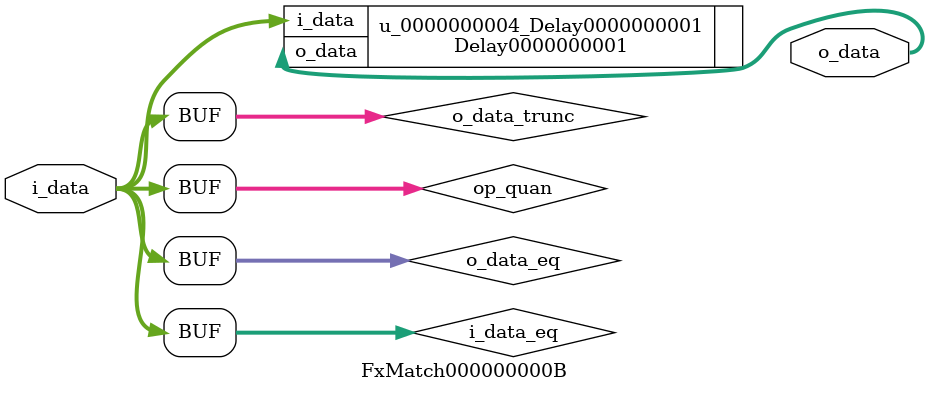
<source format=v>
 module FxMatch000000000B (
     i_data, o_data
 );
 input wire [13-1:0] i_data;     // Input data
 output wire [13-1:0] o_data;   // Output data
 //
 wire [13-1:0] i_data_eq;
 assign i_data_eq = i_data;
 wire [13-1:0] o_data_eq;
 // Quantization Stage
 // Perfect LSB match
 wire [13-1:0] op_quan; // Quantization output
 assign op_quan = i_data_eq;
 // Overflow Stage
 // Perfect MSB match
 assign o_data_eq = op_quan;
 wire [13-1:0] o_data_trunc;
 assign o_data_trunc = o_data_eq;
Delay0000000001  u_0000000004_Delay0000000001(.i_data(o_data_trunc), .o_data(o_data));
 endmodule

</source>
